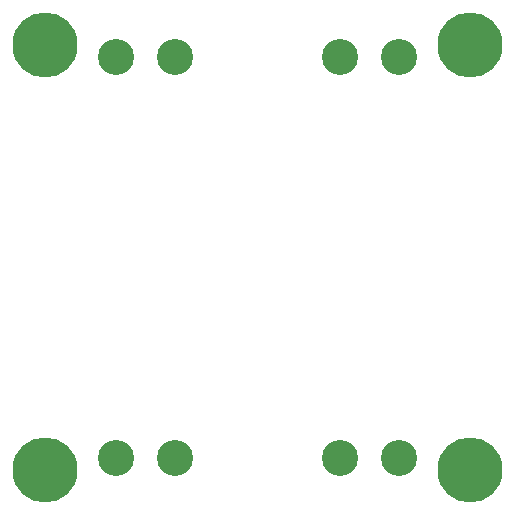
<source format=gbr>
G04 #@! TF.FileFunction,Soldermask,Bot*
%FSLAX46Y46*%
G04 Gerber Fmt 4.6, Leading zero omitted, Abs format (unit mm)*
G04 Created by KiCad (PCBNEW 4.0.5) date 03/12/17 12:42:56*
%MOMM*%
%LPD*%
G01*
G04 APERTURE LIST*
%ADD10C,0.150000*%
%ADD11C,5.508000*%
%ADD12C,3.048000*%
G04 APERTURE END LIST*
D10*
D11*
X159000000Y-120000000D03*
X195000000Y-84000000D03*
X195000000Y-120000000D03*
D12*
X184000000Y-85000000D03*
X189000000Y-85000000D03*
X189000000Y-119000000D03*
X184000000Y-119000000D03*
X170000000Y-119000000D03*
X165000000Y-119000000D03*
D11*
X159000000Y-84000000D03*
D12*
X165000000Y-85000000D03*
X170000000Y-85000000D03*
M02*

</source>
